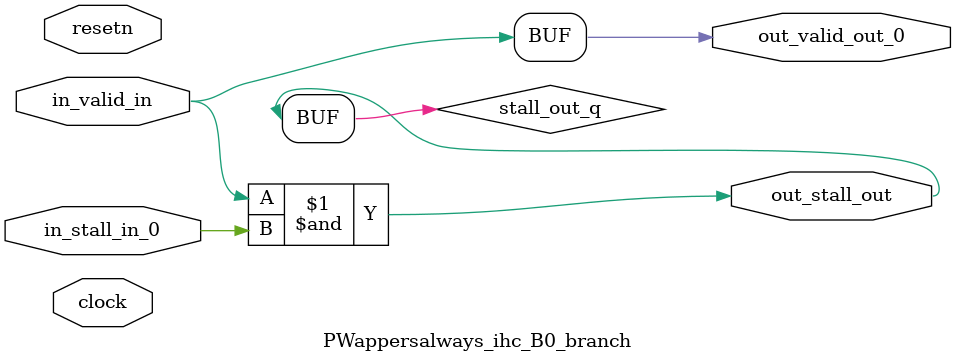
<source format=sv>



(* altera_attribute = "-name AUTO_SHIFT_REGISTER_RECOGNITION OFF; -name MESSAGE_DISABLE 10036; -name MESSAGE_DISABLE 10037; -name MESSAGE_DISABLE 14130; -name MESSAGE_DISABLE 14320; -name MESSAGE_DISABLE 15400; -name MESSAGE_DISABLE 14130; -name MESSAGE_DISABLE 10036; -name MESSAGE_DISABLE 12020; -name MESSAGE_DISABLE 12030; -name MESSAGE_DISABLE 12010; -name MESSAGE_DISABLE 12110; -name MESSAGE_DISABLE 14320; -name MESSAGE_DISABLE 13410; -name MESSAGE_DISABLE 113007; -name MESSAGE_DISABLE 10958" *)
module PWappersalways_ihc_B0_branch (
    input wire [0:0] in_stall_in_0,
    input wire [0:0] in_valid_in,
    output wire [0:0] out_stall_out,
    output wire [0:0] out_valid_out_0,
    input wire clock,
    input wire resetn
    );

    wire [0:0] stall_out_q;


    // stall_out(LOGICAL,6)
    assign stall_out_q = in_valid_in & in_stall_in_0;

    // out_stall_out(GPOUT,4)
    assign out_stall_out = stall_out_q;

    // out_valid_out_0(GPOUT,5)
    assign out_valid_out_0 = in_valid_in;

endmodule

</source>
